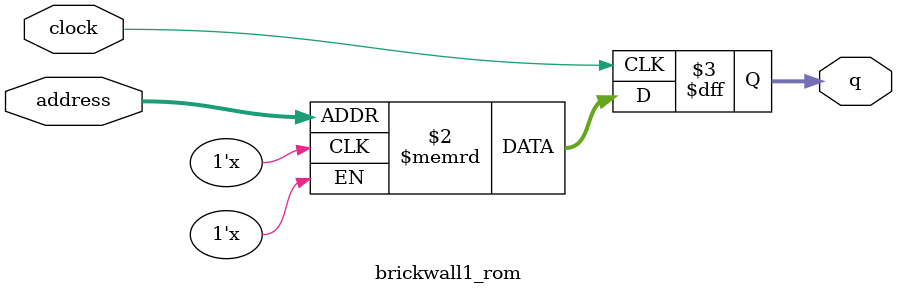
<source format=sv>
module brickwall1_rom (
	input logic clock,
	input logic [8:0] address,
	output logic [2:0] q
);

logic [2:0] memory [0:399] /* synthesis ram_init_file = "./brickwall1/brickwall1.mif" */;

always_ff @ (posedge clock) begin
	q <= memory[address];
end

endmodule

</source>
